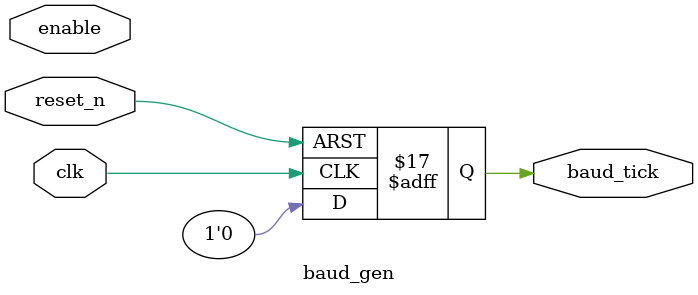
<source format=sv>
`timescale 1ns / 1ps

module baud_gen #(
parameter clk_frequency=500000000,  // system clk our assumption only
parameter baud_rate= 9600 
)
(
input logic clk,
input logic reset_n,
input logic enable,
output logic baud_tick
);
 localparam int baud_div = clk_frequency/ baud_rate;
 logic[12:0] baud_count ;
 always_ff@(posedge clk or negedge reset_n)
 begin 
 if(!reset_n)
 begin
 baud_count<=13'd0;
 baud_tick<=1'b0;
 end
 else if (enable)
begin
if(baud_count==baud_div-1) 
begin
baud_count<=13'd0;
baud_tick<=1'b1;
end
else begin
baud_count<=baud_count+13'd1;
baud_tick<=1'b0;
end 
end 
else begin 
baud_count<=13'd0;
baud_tick<=1'b0;
end 
end
endmodule








</source>
